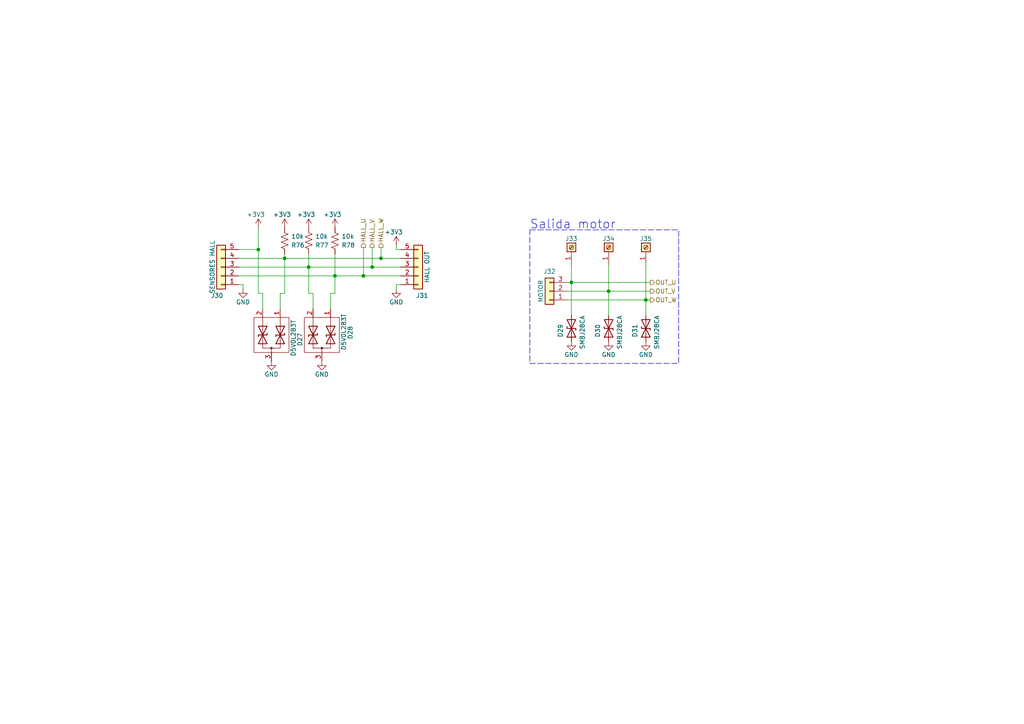
<source format=kicad_sch>
(kicad_sch (version 20250114) (generator "eeschema") (generator_version "9.0")
  (paper "A4")
  (lib_symbols
    (symbol "+3V3_1" (power) (pin_numbers (hide yes)) (pin_names (offset 0) (hide yes))
      (property "Value" "+3V3" (at 0 3.556 0))
      (symbol "+3V3_1_0_1"
        (polyline (pts (xy -0.762 1.27) (xy 0 2.54)))
        (polyline (pts (xy 0 2.54) (xy 0.762 1.27)))
        (polyline (pts (xy 0 0) (xy 0 2.54)))
      )
      (symbol "+3V3_1_1_1"
        (pin power_in line (at 0 0 90) (length 0) (name "~") (number "1"))
      )
    )
    (symbol "Connector:Screw_Terminal_01x01" (pin_names (offset 1.016) (hide yes))
      (property "Reference" "J" (at 0 2.54 0))
      (property "Value" "Screw_Terminal_01x01" (at 0 -2.54 0))
      (symbol "Screw_Terminal_01x01_1_1"
        (rectangle (start -1.27 1.27) (end 1.27 -1.27) (stroke (width 0.254)) (fill (type background)))
        (polyline (pts (xy -0.5334 0.3302) (xy 0.3302 -0.508)) (stroke (width 0.1524)))
        (polyline (pts (xy -0.3556 0.508) (xy 0.508 -0.3302)) (stroke (width 0.1524)))
        (circle (center 0 0) (radius 0.635) (stroke (width 0.1524)))
        (pin passive line (at -5.08 0 0) (length 3.81) (name "Pin_1") (number "1"))
      )
    )
    (symbol "Connector_Generic:Conn_01x03" (pin_names (offset 1.016) (hide yes))
      (property "Reference" "J" (at 0 5.08 0))
      (property "Value" "Conn_01x03" (at 0 -5.08 0))
      (symbol "Conn_01x03_1_1"
        (rectangle (start -1.27 3.81) (end 1.27 -3.81) (stroke (width 0.254)) (fill (type background)))
        (rectangle (start -1.27 2.667) (end 0 2.413) (stroke (width 0.1524)))
        (rectangle (start -1.27 0.127) (end 0 -0.127) (stroke (width 0.1524)))
        (rectangle (start -1.27 -2.413) (end 0 -2.667) (stroke (width 0.1524)))
        (pin passive line (at -5.08 2.54 0) (length 3.81) (name "Pin_1") (number "1"))
        (pin passive line (at -5.08 0 0) (length 3.81) (name "Pin_2") (number "2"))
        (pin passive line (at -5.08 -2.54 0) (length 3.81) (name "Pin_3") (number "3"))
      )
    )
    (symbol "Connector_Generic:Conn_01x05" (pin_names (offset 1.016) (hide yes))
      (property "Reference" "J" (at 0 7.62 0))
      (property "Value" "Conn_01x05" (at 0 -7.62 0))
      (symbol "Conn_01x05_1_1"
        (rectangle (start -1.27 6.35) (end 1.27 -6.35) (stroke (width 0.254)) (fill (type background)))
        (rectangle (start -1.27 5.207) (end 0 4.953) (stroke (width 0.1524)))
        (rectangle (start -1.27 2.667) (end 0 2.413) (stroke (width 0.1524)))
        (rectangle (start -1.27 0.127) (end 0 -0.127) (stroke (width 0.1524)))
        (rectangle (start -1.27 -2.413) (end 0 -2.667) (stroke (width 0.1524)))
        (rectangle (start -1.27 -4.953) (end 0 -5.207) (stroke (width 0.1524)))
        (pin passive line (at -5.08 5.08 0) (length 3.81) (name "Pin_1") (number "1"))
        (pin passive line (at -5.08 2.54 0) (length 3.81) (name "Pin_2") (number "2"))
        (pin passive line (at -5.08 0 0) (length 3.81) (name "Pin_3") (number "3"))
        (pin passive line (at -5.08 -2.54 0) (length 3.81) (name "Pin_4") (number "4"))
        (pin passive line (at -5.08 -5.08 0) (length 3.81) (name "Pin_5") (number "5"))
      )
    )
    (symbol "Device:D_TVS" (pin_numbers (hide yes)) (pin_names (offset 1.016) (hide yes))
      (property "Reference" "D" (at 0 2.54 0))
      (property "Value" "D_TVS" (at 0 -2.54 0))
      (symbol "D_TVS_0_1"
        (polyline (pts (xy -2.54 1.27) (xy -2.54 -1.27) (xy 2.54 1.27) (xy 2.54 -1.27) (xy -2.54 1.27)) (stroke (width 0.254)))
        (polyline (pts (xy 0.508 1.27) (xy 0 1.27) (xy 0 -1.27) (xy -0.508 -1.27)) (stroke (width 0.254)))
        (polyline (pts (xy 1.27 0) (xy -1.27 0)))
      )
      (symbol "D_TVS_1_1"
        (pin passive line (at -3.81 0 0) (length 2.54) (name "A1") (number "1"))
        (pin passive line (at 3.81 0 180) (length 2.54) (name "A2") (number "2"))
      )
    )
    (symbol "Device:R_US" (pin_numbers (hide yes)) (pin_names (offset 0))
      (property "Reference" "R" (at 2.54 0 90))
      (property "Value" "R_US" (at -2.54 0 90))
      (symbol "R_US_0_1"
        (polyline (pts (xy 0 2.286) (xy 0 2.54)))
        (polyline (pts (xy 0 2.286) (xy 1.016 1.905) (xy 0 1.524) (xy -1.016 1.143) (xy 0 0.762)))
        (polyline (pts (xy 0 0.762) (xy 1.016 0.381) (xy 0 0) (xy -1.016 -0.381) (xy 0 -0.762)))
        (polyline (pts (xy 0 -0.762) (xy 1.016 -1.143) (xy 0 -1.524) (xy -1.016 -1.905) (xy 0 -2.286)))
        (polyline (pts (xy 0 -2.286) (xy 0 -2.54)))
      )
      (symbol "R_US_1_1"
        (pin passive line (at 0 3.81 270) (length 1.27) (name "~") (number "1"))
        (pin passive line (at 0 -3.81 90) (length 1.27) (name "~") (number "2"))
      )
    )
    (symbol "TFG-Brushless-ESC:Dual-TVS"
      (property "Reference" "D" (at 0 2.032 0))
      (symbol "Dual-TVS_0_1"
        (rectangle (start -5.08 0) (end 5.08 -10.16))
        (polyline (pts (xy -5.08 -5.08) (xy -3.81 -5.08)))
        (polyline (pts (xy -3.81 -2.54) (xy -3.81 -7.62)))
        (polyline (pts (xy -2.54 -3.81) (xy 0 -2.54) (xy -2.54 -1.27) (xy -2.54 -3.81)) (stroke (width 0.254)))
        (polyline (pts (xy -2.54 -8.89) (xy 0 -7.62) (xy -2.54 -6.35) (xy -2.54 -8.89)) (stroke (width 0.254)))
        (polyline (pts (xy 0.508 -1.27) (xy 0 -1.27) (xy 0 -3.81) (xy -0.508 -3.81)) (stroke (width 0.254)))
        (polyline (pts (xy 0.508 -6.35) (xy 0 -6.35) (xy 0 -8.89) (xy -0.508 -8.89)) (stroke (width 0.254)))
        (polyline (pts (xy 2.54 -1.27) (xy 2.54 -3.81) (xy 0 -2.54) (xy 2.54 -1.27)) (stroke (width 0.254)))
        (polyline (pts (xy 2.54 -6.35) (xy 2.54 -8.89) (xy 0 -7.62) (xy 2.54 -6.35)) (stroke (width 0.254)))
        (polyline (pts (xy 5.08 -2.54) (xy -3.81 -2.54)))
        (polyline (pts (xy 5.08 -7.62) (xy -3.81 -7.62)))
      )
      (symbol "Dual-TVS_1_1"
        (circle (center -3.81 -5.08) (radius 0.254) (fill (type color) (color 132 0 0 1)))
        (pin passive line (at -7.62 -5.08 0) (length 2.54) (name "") (number "3"))
        (pin passive line (at 7.62 -2.54 180) (length 2.54) (name "") (number "1"))
        (pin passive line (at 7.62 -7.62 180) (length 2.54) (name "") (number "2"))
      )
    )
    (symbol "power:GND" (power) (pin_names (offset 0))
      (property "Value" "GND" (at 0 -3.81 0))
      (symbol "GND_0_1"
        (polyline (pts (xy 0 0) (xy 0 -1.27) (xy 1.27 -1.27) (xy 0 -2.54) (xy -1.27 -1.27) (xy 0 -1.27)))
      )
      (symbol "GND_1_1"
        (pin power_in line (at 0 0 270) (length 0) (hide yes) (name "GND") (number "1"))
      )
    )
  )
  (rectangle (start 153.67 66.675) (end 196.85 105.41) (stroke (width 0) (type dash)))
  (text "Salida motor" (at 153.67 66.675 0) (effects (font (size 2.54 2.54)) (justify left bottom)))
  (junction (at 176.53 84.455))
  (junction (at 89.535 77.47))
  (junction (at 105.41 80.01))
  (junction (at 74.93 72.39))
  (junction (at 107.95 77.47))
  (junction (at 165.735 81.915))
  (junction (at 97.155 80.01))
  (junction (at 110.49 74.93))
  (junction (at 82.55 74.93))
  (junction (at 187.325 86.995))
  (wire (pts (xy 164.465 81.915) (xy 165.735 81.915)))
  (wire (pts (xy 89.535 77.47) (xy 107.95 77.47)))
  (wire (pts (xy 176.53 84.455) (xy 176.53 91.44)))
  (wire (pts (xy 97.155 80.01) (xy 69.215 80.01)))
  (wire (pts (xy 74.93 85.09) (xy 74.93 72.39)))
  (wire (pts (xy 114.935 71.12) (xy 114.935 72.39)))
  (wire (pts (xy 176.53 76.835) (xy 176.53 84.455)))
  (wire (pts (xy 89.535 77.47) (xy 89.535 85.09)))
  (wire (pts (xy 90.805 85.09) (xy 90.805 89.535)))
  (wire (pts (xy 89.535 73.66) (xy 89.535 77.47)))
  (wire (pts (xy 74.93 72.39) (xy 74.93 66.04)))
  (wire (pts (xy 107.95 71.755) (xy 107.95 77.47)))
  (wire (pts (xy 114.935 72.39) (xy 116.205 72.39)))
  (wire (pts (xy 188.595 86.995) (xy 187.325 86.995)))
  (wire (pts (xy 110.49 71.755) (xy 110.49 74.93)))
  (wire (pts (xy 165.735 81.915) (xy 188.595 81.915)))
  (wire (pts (xy 90.805 85.09) (xy 89.535 85.09)))
  (wire (pts (xy 105.41 80.01) (xy 116.205 80.01)))
  (wire (pts (xy 164.465 84.455) (xy 176.53 84.455)))
  (wire (pts (xy 165.735 81.915) (xy 165.735 91.44)))
  (wire (pts (xy 114.935 83.82) (xy 114.935 82.55)))
  (wire (pts (xy 69.215 77.47) (xy 89.535 77.47)))
  (wire (pts (xy 69.215 74.93) (xy 82.55 74.93)))
  (wire (pts (xy 82.55 74.93) (xy 82.55 85.09)))
  (wire (pts (xy 82.55 85.09) (xy 81.28 85.09)))
  (wire (pts (xy 95.885 85.09) (xy 95.885 89.535)))
  (wire (pts (xy 82.55 74.93) (xy 110.49 74.93)))
  (wire (pts (xy 70.485 82.55) (xy 70.485 83.82)))
  (wire (pts (xy 74.93 72.39) (xy 69.215 72.39)))
  (wire (pts (xy 97.155 73.66) (xy 97.155 80.01)))
  (wire (pts (xy 81.28 85.09) (xy 81.28 89.535)))
  (wire (pts (xy 76.2 85.09) (xy 76.2 89.535)))
  (wire (pts (xy 187.325 86.995) (xy 187.325 91.44)))
  (wire (pts (xy 105.41 71.755) (xy 105.41 80.01)))
  (wire (pts (xy 176.53 84.455) (xy 188.595 84.455)))
  (wire (pts (xy 164.465 86.995) (xy 187.325 86.995)))
  (wire (pts (xy 114.935 82.55) (xy 116.205 82.55)))
  (wire (pts (xy 95.885 85.09) (xy 97.155 85.09)))
  (wire (pts (xy 82.55 73.66) (xy 82.55 74.93)))
  (wire (pts (xy 187.325 76.835) (xy 187.325 86.995)))
  (wire (pts (xy 165.735 76.835) (xy 165.735 81.915)))
  (wire (pts (xy 76.2 85.09) (xy 74.93 85.09)))
  (wire (pts (xy 97.155 80.01) (xy 97.155 85.09)))
  (wire (pts (xy 70.485 82.55) (xy 69.215 82.55)))
  (wire (pts (xy 107.95 77.47) (xy 116.205 77.47)))
  (wire (pts (xy 110.49 74.93) (xy 116.205 74.93)))
  (wire (pts (xy 97.155 80.01) (xy 105.41 80.01)))
  (hierarchical_label "HALL_W" (shape output) (at 110.49 71.755 90))
  (hierarchical_label "OUT_W" (shape output) (at 188.595 86.995 0))
  (hierarchical_label "OUT_V" (shape output) (at 188.595 84.455 0))
  (hierarchical_label "HALL_V" (shape output) (at 107.95 71.755 90))
  (hierarchical_label "HALL_U" (shape output) (at 105.41 71.755 90))
  (hierarchical_label "OUT_U" (shape output) (at 188.595 81.915 0))
  (symbol (lib_id "power:GND") (at 78.74 104.775 0) (mirror y) (unit 1)
    (property "Reference" "#PWR0188" (effects (hide yes)))
    (property "Value" "GND" (at 78.74 108.585 0))
  )
  (symbol (lib_id "power:GND") (at 70.485 83.82 0) (mirror y) (unit 1)
    (property "Reference" "#PWR0186" (effects (hide yes)))
    (property "Value" "GND" (at 70.485 87.63 0))
  )
  (symbol (lib_id "Device:D_TVS") (at 176.53 95.25 90) (unit 1)
    (property "Reference" "D30" (at 173.355 93.98 0) (effects (justify right)))
    (property "Value" "SMBJ28CA" (at 179.705 91.44 0) (effects (justify right)))
    (property "Footprint" "Diode_SMD:D_SMB" (effects (hide yes)))
    (property "Datasheet" "https://www.littelfuse.com/assetdocs/tvs-diodes-smbj-series-datasheet?assetguid=09a6ae9a-73cb-4ac4-acac-e6dab92ab953" (effects (hide yes)))
    (property "Description" "Bidirectional transient-voltage-suppression diode" (effects (hide yes)))
    (property "LCSC part" " C151259" (effects (hide yes)))
  )
  (symbol (lib_id "Connector_Generic:Conn_01x05") (at 121.285 77.47 0) (mirror x) (unit 1)
    (property "Reference" "J31" (at 120.65 85.725 0) (effects (justify left)))
    (property "Value" "HALL OUT" (at 123.825 77.47 90))
    (property "Footprint" "Connector_JST:JST_PH_B5B-PH-K_1x05_P2.00mm_Vertical" (effects (hide yes)))
    (property "Datasheet" "https://www.lcsc.com/datasheet/lcsc_datasheet_2304140030_JST-S5B-PH-K-S-LF-SN_C157923.pdf" (effects (hide yes)))
    (property "Description" "Generic connector, single row, 01x05, script generated (kicad-library-utils/schlib/autogen/connector/)" (effects (hide yes)))
    (property "LCSC part" "C157923" (effects (hide yes)))
  )
  (symbol (lib_name "+3V3_1") (lib_id "power:+3V3") (at 114.935 71.12 0) (mirror y) (unit 1)
    (property "Reference" "#PWR0193" (effects (hide yes)))
    (property "Value" "+3V3" (at 116.84 67.31 0) (effects (justify left)))
    (property "Description" "Power symbol creates a global label with name \"+3V3\"" (effects (hide yes)))
  )
  (symbol (lib_name "+3V3_1") (lib_id "power:+3V3") (at 74.93 66.04 0) (mirror y) (unit 1)
    (property "Reference" "#PWR0187" (effects (hide yes)))
    (property "Value" "+3V3" (at 76.835 62.23 0) (effects (justify left)))
    (property "Description" "Power symbol creates a global label with name \"+3V3\"" (effects (hide yes)))
  )
  (symbol (lib_id "Device:R_US") (at 89.535 69.85 180) (unit 1)
    (property "Reference" "R77" (at 91.44 71.12 0) (effects (justify right)))
    (property "Value" "10k" (at 91.44 68.58 0) (effects (justify right)))
    (property "Footprint" "Resistor_SMD:R_0603_1608Metric" (effects (hide yes)))
    (property "Datasheet" "https://www.lcsc.com/datasheet/lcsc_datasheet_2410121258_LIZ-Elec-CR0603FA1002G_C126901.pdf" (effects (hide yes)))
    (property "LCSC part" " C126901" (effects (hide yes)))
  )
  (symbol (lib_id "Connector_Generic:Conn_01x05") (at 64.135 77.47 180) (unit 1)
    (property "Reference" "J30" (at 64.77 85.725 0) (effects (justify left)))
    (property "Value" "SENSORES HALL" (at 61.595 77.47 90))
    (property "Footprint" "Connector_JST:JST_PH_S5B-PH-K_1x05_P2.00mm_Horizontal" (effects (hide yes)))
    (property "Datasheet" "https://www.lcsc.com/datasheet/lcsc_datasheet_2304140030_JST-S5B-PH-K-S-LF-SN_C157923.pdf" (effects (hide yes)))
    (property "Description" "Generic connector, single row, 01x05, script generated (kicad-library-utils/schlib/autogen/connector/)" (effects (hide yes)))
    (property "LCSC part" "C157923" (effects (hide yes)))
  )
  (symbol (lib_id "Device:D_TVS") (at 165.735 95.25 90) (unit 1)
    (property "Reference" "D29" (at 162.56 93.98 0) (effects (justify right)))
    (property "Value" "SMBJ28CA" (at 168.91 91.44 0) (effects (justify right)))
    (property "Footprint" "Diode_SMD:D_SMB" (effects (hide yes)))
    (property "Datasheet" "https://www.littelfuse.com/assetdocs/tvs-diodes-smbj-series-datasheet?assetguid=09a6ae9a-73cb-4ac4-acac-e6dab92ab953" (effects (hide yes)))
    (property "Description" "Bidirectional transient-voltage-suppression diode" (effects (hide yes)))
    (property "LCSC part" " C151259" (effects (hide yes)))
  )
  (symbol (lib_id "TFG-Brushless-ESC:Dual-TVS") (at 98.425 97.155 270) (mirror x) (unit 1)
    (property "Reference" "D28" (at 101.6 98.425 0) (effects (justify left)))
    (property "Value" "D5V0L2B3T" (at 99.695 101.6 0) (effects (justify left)))
    (property "Footprint" "Package_TO_SOT_SMD:SOT-523" (effects (hide yes)))
    (property "Datasheet" "https://www.diodes.com/assets/Datasheets/D5V0L2B3T.pdf" (effects (hide yes)))
    (property "LCSC part" " C526508" (effects (hide yes)))
  )
  (symbol (lib_id "Connector_Generic:Conn_01x03") (at 159.385 84.455 180) (unit 1)
    (property "Reference" "J32" (at 159.385 78.74 0))
    (property "Value" "MOTOR" (at 156.845 84.455 90))
    (property "Footprint" "RTSpeed:Barrier_1x03" (effects (hide yes)))
    (property "Datasheet" "https://lcsc.com/datasheet/lcsc_datasheet_2306191717_DORABO-DBT50G-9-5-2P-BK-P-OGC_C395958.pdf" (effects (hide yes)))
    (property "Description" "Generic connector, single row, 01x03, script generated (kicad-library-utils/schlib/autogen/connector/)" (effects (hide yes)))
    (property "LCSC part" "C395959" (effects (hide yes)))
  )
  (symbol (lib_id "Connector:Screw_Terminal_01x01") (at 176.53 71.755 90) (unit 1)
    (property "Reference" "J34" (at 176.53 69.215 90))
    (property "Value" "-" (effects (hide yes)))
    (property "Footprint" "MountingHole:MountingHole_2.5mm_Pad_TopBottom" (effects (hide yes)))
    (property "Datasheet" "-" (effects (hide yes)))
    (property "LCSC part" "-" (effects (hide yes)))
  )
  (symbol (lib_id "power:GND") (at 114.935 83.82 0) (mirror y) (unit 1)
    (property "Reference" "#PWR0194" (effects (hide yes)))
    (property "Value" "GND" (at 114.935 87.63 0))
  )
  (symbol (lib_id "power:GND") (at 93.345 104.775 0) (mirror y) (unit 1)
    (property "Reference" "#PWR0191" (effects (hide yes)))
    (property "Value" "GND" (at 93.345 108.585 0))
  )
  (symbol (lib_id "Device:R_US") (at 97.155 69.85 180) (unit 1)
    (property "Reference" "R78" (at 99.06 71.12 0) (effects (justify right)))
    (property "Value" "10k" (at 99.06 68.58 0) (effects (justify right)))
    (property "Footprint" "Resistor_SMD:R_0603_1608Metric" (effects (hide yes)))
    (property "Datasheet" "https://www.lcsc.com/datasheet/lcsc_datasheet_2410121258_LIZ-Elec-CR0603FA1002G_C126901.pdf" (effects (hide yes)))
    (property "LCSC part" " C126901" (effects (hide yes)))
  )
  (symbol (lib_name "+3V3_1") (lib_id "power:+3V3") (at 82.55 66.04 0) (mirror y) (unit 1)
    (property "Reference" "#PWR0189" (effects (hide yes)))
    (property "Value" "+3V3" (at 84.455 62.23 0) (effects (justify left)))
    (property "Description" "Power symbol creates a global label with name \"+3V3\"" (effects (hide yes)))
  )
  (symbol (lib_id "Device:D_TVS") (at 187.325 95.25 90) (unit 1)
    (property "Reference" "D31" (at 184.15 93.98 0) (effects (justify right)))
    (property "Value" "SMBJ28CA" (at 190.5 91.44 0) (effects (justify right)))
    (property "Footprint" "Diode_SMD:D_SMB" (effects (hide yes)))
    (property "Datasheet" "https://www.littelfuse.com/assetdocs/tvs-diodes-smbj-series-datasheet?assetguid=09a6ae9a-73cb-4ac4-acac-e6dab92ab953" (effects (hide yes)))
    (property "Description" "Bidirectional transient-voltage-suppression diode" (effects (hide yes)))
    (property "LCSC part" " C151259" (effects (hide yes)))
  )
  (symbol (lib_name "+3V3_1") (lib_id "power:+3V3") (at 89.535 66.04 0) (mirror y) (unit 1)
    (property "Reference" "#PWR0190" (effects (hide yes)))
    (property "Value" "+3V3" (at 91.44 62.23 0) (effects (justify left)))
    (property "Description" "Power symbol creates a global label with name \"+3V3\"" (effects (hide yes)))
  )
  (symbol (lib_name "+3V3_1") (lib_id "power:+3V3") (at 97.155 66.04 0) (mirror y) (unit 1)
    (property "Reference" "#PWR0192" (effects (hide yes)))
    (property "Value" "+3V3" (at 99.06 62.23 0) (effects (justify left)))
    (property "Description" "Power symbol creates a global label with name \"+3V3\"" (effects (hide yes)))
  )
  (symbol (lib_id "TFG-Brushless-ESC:Dual-TVS") (at 83.82 97.155 270) (mirror x) (unit 1)
    (property "Reference" "D27" (at 86.995 96.52 0) (effects (justify right)))
    (property "Value" "D5V0L2B3T" (at 85.09 92.71 0) (effects (justify right)))
    (property "Footprint" "Package_TO_SOT_SMD:SOT-523" (effects (hide yes)))
    (property "Datasheet" "https://www.diodes.com/assets/Datasheets/D5V0L2B3T.pdf" (effects (hide yes)))
    (property "LCSC part" " C526508" (effects (hide yes)))
  )
  (symbol (lib_id "power:GND") (at 187.325 99.06 0) (unit 1)
    (property "Reference" "#PWR0197" (effects (hide yes)))
    (property "Value" "GND" (at 187.325 102.87 0))
  )
  (symbol (lib_id "Connector:Screw_Terminal_01x01") (at 165.735 71.755 90) (unit 1)
    (property "Reference" "J33" (at 165.735 69.215 90))
    (property "Value" "-" (effects (hide yes)))
    (property "Footprint" "MountingHole:MountingHole_2.5mm_Pad_TopBottom" (effects (hide yes)))
    (property "Datasheet" "-" (effects (hide yes)))
    (property "LCSC part" "-" (effects (hide yes)))
  )
  (symbol (lib_id "Connector:Screw_Terminal_01x01") (at 187.325 71.755 90) (unit 1)
    (property "Reference" "J35" (at 187.325 69.215 90))
    (property "Value" "-" (effects (hide yes)))
    (property "Footprint" "MountingHole:MountingHole_2.5mm_Pad_TopBottom" (effects (hide yes)))
    (property "Datasheet" "-" (effects (hide yes)))
    (property "LCSC part" "-" (effects (hide yes)))
  )
  (symbol (lib_id "power:GND") (at 165.735 99.06 0) (unit 1)
    (property "Reference" "#PWR0195" (effects (hide yes)))
    (property "Value" "GND" (at 165.735 102.87 0))
  )
  (symbol (lib_id "Device:R_US") (at 82.55 69.85 180) (unit 1)
    (property "Reference" "R76" (at 84.455 71.12 0) (effects (justify right)))
    (property "Value" "10k" (at 84.455 68.58 0) (effects (justify right)))
    (property "Footprint" "Resistor_SMD:R_0603_1608Metric" (effects (hide yes)))
    (property "Datasheet" "https://www.lcsc.com/datasheet/lcsc_datasheet_2410121258_LIZ-Elec-CR0603FA1002G_C126901.pdf" (effects (hide yes)))
    (property "LCSC part" " C126901" (effects (hide yes)))
  )
  (symbol (lib_id "power:GND") (at 176.53 99.06 0) (unit 1)
    (property "Reference" "#PWR0196" (effects (hide yes)))
    (property "Value" "GND" (at 176.53 102.87 0))
  )
)
</source>
